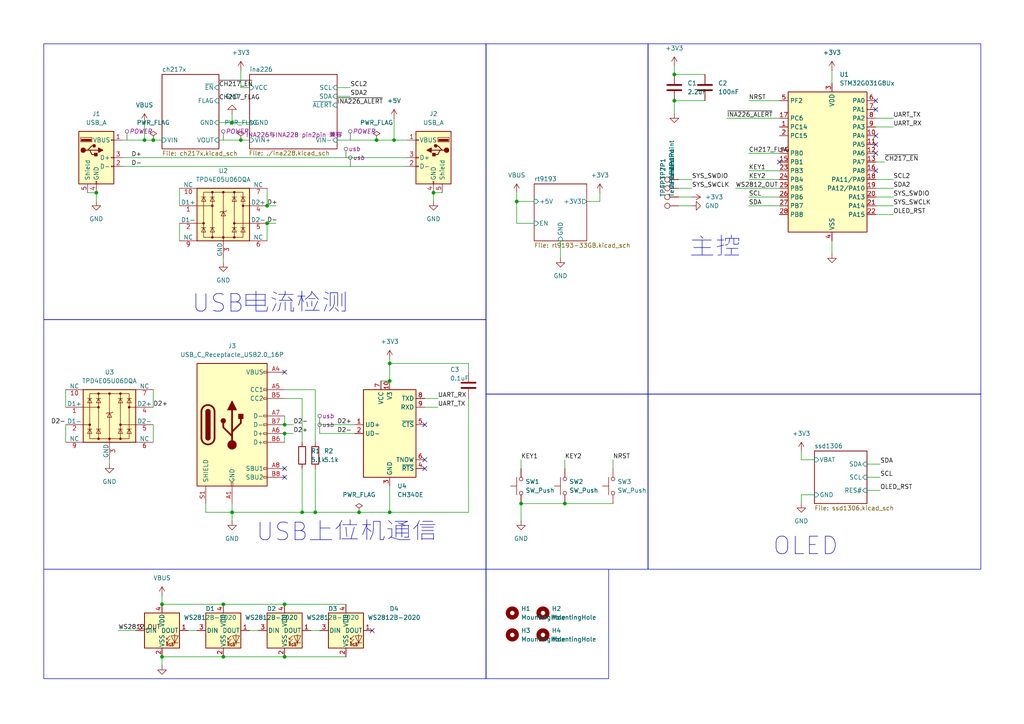
<source format=kicad_sch>
(kicad_sch (version 20231120) (generator "eeschema") (generator_version "8.0")
  (paper "A4")
  (lib_symbols
    (symbol "Connector:TestPoint" (pin_numbers hide) (pin_names (offset 0.762) hide)
      (property "Reference" "TP" (at 0 6.858 0))
      (property "Value" "TestPoint" (at 0 5.08 0))
      (symbol "TestPoint_0_1"
        (circle (center 0 3.302) (radius 0.762))
      )
      (symbol "TestPoint_1_1"
        (pin passive line (at 0 0 90) (length 2.54) (name "1") (number "1"))
      )
    )
    (symbol "Connector:USB_A" (pin_names (offset 1.016))
      (property "Reference" "J" (at -5.08 11.43 0))
      (property "Value" "USB_A" (at -5.08 8.89 0))
      (symbol "USB_A_0_1"
        (rectangle (start -5.08 -7.62) (end 5.08 7.62) (stroke (width 0.254)) (fill (type background)))
        (circle (center -3.81 2.159) (radius 0.635) (stroke (width 0.254)) (fill (type outline)))
        (rectangle (start -1.524 4.826) (end -4.318 5.334) (fill (type outline)))
        (rectangle (start -1.27 4.572) (end -4.572 5.842))
        (circle (center -0.635 3.429) (radius 0.381) (stroke (width 0.254)) (fill (type outline)))
        (rectangle (start -0.127 -7.62) (end 0.127 -6.858))
        (polyline (pts (xy -3.175 2.159) (xy -2.54 2.159) (xy -1.27 3.429) (xy -0.635 3.429)) (stroke (width 0.254)))
        (polyline (pts (xy -2.54 2.159) (xy -1.905 2.159) (xy -1.27 0.889) (xy 0 0.889)) (stroke (width 0.254)))
        (polyline (pts (xy 0.635 2.794) (xy 0.635 1.524) (xy 1.905 2.159) (xy 0.635 2.794)) (stroke (width 0.254)) (fill (type outline)))
        (rectangle (start 0.254 1.27) (end -0.508 0.508) (stroke (width 0.254)) (fill (type outline)))
        (rectangle (start 5.08 -2.667) (end 4.318 -2.413))
        (rectangle (start 5.08 -0.127) (end 4.318 0.127))
        (rectangle (start 5.08 4.953) (end 4.318 5.207))
      )
      (symbol "USB_A_1_1"
        (polyline (pts (xy -1.905 2.159) (xy 0.635 2.159)) (stroke (width 0.254)))
        (pin power_in line (at 7.62 5.08 180) (length 2.54) (name "VBUS") (number "1"))
        (pin bidirectional line (at 7.62 -2.54 180) (length 2.54) (name "D-") (number "2"))
        (pin bidirectional line (at 7.62 0 180) (length 2.54) (name "D+") (number "3"))
        (pin power_in line (at 0 -10.16 90) (length 2.54) (name "GND") (number "4"))
        (pin passive line (at -2.54 -10.16 90) (length 2.54) (name "Shield") (number "5"))
      )
    )
    (symbol "Connector:USB_C_Receptacle_USB2.0_16P" (pin_names (offset 1.016))
      (property "Reference" "J" (at 0 22.225 0))
      (property "Value" "USB_C_Receptacle_USB2.0_16P" (at 0 19.685 0))
      (symbol "USB_C_Receptacle_USB2.0_16P_0_0"
        (rectangle (start -0.254 -17.78) (end 0.254 -16.764))
        (rectangle (start 10.16 -14.986) (end 9.144 -15.494))
        (rectangle (start 10.16 -12.446) (end 9.144 -12.954))
        (rectangle (start 10.16 -4.826) (end 9.144 -5.334))
        (rectangle (start 10.16 -2.286) (end 9.144 -2.794))
        (rectangle (start 10.16 0.254) (end 9.144 -0.254))
        (rectangle (start 10.16 2.794) (end 9.144 2.286))
        (rectangle (start 10.16 7.874) (end 9.144 7.366))
        (rectangle (start 10.16 10.414) (end 9.144 9.906))
        (rectangle (start 10.16 15.494) (end 9.144 14.986))
      )
      (symbol "USB_C_Receptacle_USB2.0_16P_0_1"
        (rectangle (start -10.16 17.78) (end 10.16 -17.78) (stroke (width 0.254)) (fill (type background)))
        (arc (start -8.89 -3.81) (mid -6.985 -5.7067) (end -5.08 -3.81) (stroke (width 0.508)))
        (arc (start -7.62 -3.81) (mid -6.985 -4.4423) (end -6.35 -3.81) (stroke (width 0.254)))
        (arc (start -7.62 -3.81) (mid -6.985 -4.4423) (end -6.35 -3.81) (stroke (width 0.254)) (fill (type outline)))
        (rectangle (start -7.62 -3.81) (end -6.35 3.81) (stroke (width 0.254)) (fill (type outline)))
        (arc (start -6.35 3.81) (mid -6.985 4.4423) (end -7.62 3.81) (stroke (width 0.254)))
        (arc (start -6.35 3.81) (mid -6.985 4.4423) (end -7.62 3.81) (stroke (width 0.254)) (fill (type outline)))
        (arc (start -5.08 3.81) (mid -6.985 5.7067) (end -8.89 3.81) (stroke (width 0.508)))
        (circle (center -2.54 1.143) (radius 0.635) (stroke (width 0.254)) (fill (type outline)))
        (circle (center 0 -5.842) (radius 1.27) (fill (type outline)))
        (polyline (pts (xy -8.89 -3.81) (xy -8.89 3.81)) (stroke (width 0.508)))
        (polyline (pts (xy -5.08 3.81) (xy -5.08 -3.81)) (stroke (width 0.508)))
        (polyline (pts (xy 0 -5.842) (xy 0 4.318)) (stroke (width 0.508)))
        (polyline (pts (xy 0 -3.302) (xy -2.54 -0.762) (xy -2.54 0.508)) (stroke (width 0.508)))
        (polyline (pts (xy 0 -2.032) (xy 2.54 0.508) (xy 2.54 1.778)) (stroke (width 0.508)))
        (polyline (pts (xy -1.27 4.318) (xy 0 6.858) (xy 1.27 4.318) (xy -1.27 4.318)) (stroke (width 0.254)) (fill (type outline)))
        (rectangle (start 1.905 1.778) (end 3.175 3.048) (stroke (width 0.254)) (fill (type outline)))
      )
      (symbol "USB_C_Receptacle_USB2.0_16P_1_1"
        (pin passive line (at 0 -22.86 90) (length 5.08) (name "GND") (number "A1"))
        (pin passive line (at 0 -22.86 90) (length 5.08) hide (name "GND") (number "A12"))
        (pin passive line (at 15.24 15.24 180) (length 5.08) (name "VBUS") (number "A4"))
        (pin bidirectional line (at 15.24 10.16 180) (length 5.08) (name "CC1") (number "A5"))
        (pin bidirectional line (at 15.24 -2.54 180) (length 5.08) (name "D+") (number "A6"))
        (pin bidirectional line (at 15.24 2.54 180) (length 5.08) (name "D-") (number "A7"))
        (pin bidirectional line (at 15.24 -12.7 180) (length 5.08) (name "SBU1") (number "A8"))
        (pin passive line (at 15.24 15.24 180) (length 5.08) hide (name "VBUS") (number "A9"))
        (pin passive line (at 0 -22.86 90) (length 5.08) hide (name "GND") (number "B1"))
        (pin passive line (at 0 -22.86 90) (length 5.08) hide (name "GND") (number "B12"))
        (pin passive line (at 15.24 15.24 180) (length 5.08) hide (name "VBUS") (number "B4"))
        (pin bidirectional line (at 15.24 7.62 180) (length 5.08) (name "CC2") (number "B5"))
        (pin bidirectional line (at 15.24 -5.08 180) (length 5.08) (name "D+") (number "B6"))
        (pin bidirectional line (at 15.24 0 180) (length 5.08) (name "D-") (number "B7"))
        (pin bidirectional line (at 15.24 -15.24 180) (length 5.08) (name "SBU2") (number "B8"))
        (pin passive line (at 15.24 15.24 180) (length 5.08) hide (name "VBUS") (number "B9"))
        (pin passive line (at -7.62 -22.86 90) (length 5.08) (name "SHIELD") (number "S1"))
      )
    )
    (symbol "Device:C" (pin_numbers hide) (pin_names (offset 0.254))
      (property "Reference" "C" (at 0.635 2.54 0))
      (property "Value" "C" (at 0.635 -2.54 0))
      (symbol "C_0_1"
        (polyline (pts (xy -2.032 -0.762) (xy 2.032 -0.762)) (stroke (width 0.508)))
        (polyline (pts (xy -2.032 0.762) (xy 2.032 0.762)) (stroke (width 0.508)))
      )
      (symbol "C_1_1"
        (pin passive line (at 0 3.81 270) (length 2.794) (name "~") (number "1"))
        (pin passive line (at 0 -3.81 90) (length 2.794) (name "~") (number "2"))
      )
    )
    (symbol "Device:R" (pin_numbers hide) (pin_names (offset 0))
      (property "Reference" "R" (at 2.032 0 90))
      (property "Value" "R" (at 0 0 90))
      (symbol "R_0_1"
        (rectangle (start -1.016 -2.54) (end 1.016 2.54) (stroke (width 0.254)))
      )
      (symbol "R_1_1"
        (pin passive line (at 0 3.81 270) (length 1.27) (name "~") (number "1"))
        (pin passive line (at 0 -3.81 90) (length 1.27) (name "~") (number "2"))
      )
    )
    (symbol "Interface_USB:CH340E"
      (property "Reference" "U" (at -5.08 13.97 0))
      (property "Value" "CH340E" (at 1.27 13.97 0))
      (symbol "CH340E_0_1"
        (rectangle (start -7.62 12.7) (end 7.62 -12.7) (stroke (width 0.254)) (fill (type background)))
      )
      (symbol "CH340E_1_1"
        (pin bidirectional line (at -10.16 2.54 0) (length 2.54) (name "UD+") (number "1"))
        (pin power_out line (at 0 15.24 270) (length 2.54) (name "V3") (number "10"))
        (pin bidirectional line (at -10.16 0 0) (length 2.54) (name "UD-") (number "2"))
        (pin power_in line (at 0 -15.24 90) (length 2.54) (name "GND") (number "3"))
        (pin output line (at 10.16 -10.16 180) (length 2.54) (name "~{RTS}") (number "4"))
        (pin input line (at 10.16 2.54 180) (length 2.54) (name "~{CTS}") (number "5"))
        (pin output line (at 10.16 -7.62 180) (length 2.54) (name "TNOW") (number "6"))
        (pin power_in line (at -2.54 15.24 270) (length 2.54) (name "VCC") (number "7"))
        (pin output line (at 10.16 10.16 180) (length 2.54) (name "TXD") (number "8"))
        (pin input line (at 10.16 7.62 180) (length 2.54) (name "RXD") (number "9"))
      )
    )
    (symbol "LED:WS2812B-2020" (pin_names (offset 0.254))
      (property "Reference" "D" (at 5.08 5.715 0))
      (property "Value" "WS2812B-2020" (at 1.27 -5.715 0))
      (symbol "WS2812B-2020_0_0"
        (text "RGB" (at 2.286 -4.191 0) (effects (font (size 0.762 0.762))))
      )
      (symbol "WS2812B-2020_0_1"
        (polyline (pts (xy 1.27 -3.556) (xy 1.778 -3.556)))
        (polyline (pts (xy 1.27 -2.54) (xy 1.778 -2.54)))
        (polyline (pts (xy 4.699 -3.556) (xy 2.667 -3.556)))
        (polyline (pts (xy 2.286 -2.54) (xy 1.27 -3.556) (xy 1.27 -3.048)))
        (polyline (pts (xy 2.286 -1.524) (xy 1.27 -2.54) (xy 1.27 -2.032)))
        (polyline (pts (xy 3.683 -1.016) (xy 3.683 -3.556) (xy 3.683 -4.064)))
        (polyline (pts (xy 4.699 -1.524) (xy 2.667 -1.524) (xy 3.683 -3.556) (xy 4.699 -1.524)))
        (rectangle (start 5.08 5.08) (end -5.08 -5.08) (stroke (width 0.254)) (fill (type background)))
      )
      (symbol "WS2812B-2020_1_1"
        (pin output line (at 7.62 0 180) (length 2.54) (name "DOUT") (number "1"))
        (pin power_in line (at 0 -7.62 90) (length 2.54) (name "VSS") (number "2"))
        (pin input line (at -7.62 0 0) (length 2.54) (name "DIN") (number "3"))
        (pin power_in line (at 0 7.62 270) (length 2.54) (name "VDD") (number "4"))
      )
    )
    (symbol "MCU_ST_STM32G0:STM32G031G8Ux"
      (property "Reference" "U" (at -10.16 21.59 0))
      (property "Value" "STM32G031G8Ux" (at 5.08 21.59 0))
      (symbol "STM32G031G8Ux_0_1"
        (rectangle (start -10.16 -20.32) (end 12.7 20.32) (stroke (width 0.254)) (fill (type background)))
      )
      (symbol "STM32G031G8Ux_1_1"
        (pin bidirectional line (at -12.7 10.16 0) (length 2.54) (name "PC14") (number "1"))
        (pin bidirectional line (at 15.24 7.62 180) (length 2.54) (name "PA4") (number "10"))
        (pin bidirectional line (at 15.24 5.08 180) (length 2.54) (name "PA5") (number "11"))
        (pin bidirectional line (at 15.24 2.54 180) (length 2.54) (name "PA6") (number "12"))
        (pin bidirectional line (at 15.24 0 180) (length 2.54) (name "PA7") (number "13"))
        (pin bidirectional line (at -12.7 2.54 0) (length 2.54) (name "PB0") (number "14"))
        (pin bidirectional line (at -12.7 0 0) (length 2.54) (name "PB1") (number "15"))
        (pin bidirectional line (at 15.24 -2.54 180) (length 2.54) (name "PA8") (number "16"))
        (pin bidirectional line (at -12.7 12.7 0) (length 2.54) (name "PC6") (number "17"))
        (pin bidirectional line (at 15.24 -5.08 180) (length 2.54) (name "PA11/PA9") (number "18"))
        (pin bidirectional line (at 15.24 -7.62 180) (length 2.54) (name "PA12/PA10") (number "19"))
        (pin bidirectional line (at -12.7 7.62 0) (length 2.54) (name "PC15") (number "2"))
        (pin bidirectional line (at 15.24 -10.16 180) (length 2.54) (name "PA13") (number "20"))
        (pin bidirectional line (at 15.24 -12.7 180) (length 2.54) (name "PA14") (number "21"))
        (pin bidirectional line (at 15.24 -15.24 180) (length 2.54) (name "PA15") (number "22"))
        (pin bidirectional line (at -12.7 -2.54 0) (length 2.54) (name "PB3") (number "23"))
        (pin bidirectional line (at -12.7 -5.08 0) (length 2.54) (name "PB4") (number "24"))
        (pin bidirectional line (at -12.7 -7.62 0) (length 2.54) (name "PB5") (number "25"))
        (pin bidirectional line (at -12.7 -10.16 0) (length 2.54) (name "PB6") (number "26"))
        (pin bidirectional line (at -12.7 -12.7 0) (length 2.54) (name "PB7") (number "27"))
        (pin bidirectional line (at -12.7 -15.24 0) (length 2.54) (name "PB8") (number "28"))
        (pin power_in line (at 2.54 22.86 270) (length 2.54) (name "VDD") (number "3"))
        (pin power_in line (at 2.54 -22.86 90) (length 2.54) (name "VSS") (number "4"))
        (pin bidirectional line (at -12.7 17.78 0) (length 2.54) (name "PF2") (number "5"))
        (pin bidirectional line (at 15.24 17.78 180) (length 2.54) (name "PA0") (number "6"))
        (pin bidirectional line (at 15.24 15.24 180) (length 2.54) (name "PA1") (number "7"))
        (pin bidirectional line (at 15.24 12.7 180) (length 2.54) (name "PA2") (number "8"))
        (pin bidirectional line (at 15.24 10.16 180) (length 2.54) (name "PA3") (number "9"))
      )
    )
    (symbol "Mechanical:MountingHole" (pin_names (offset 1.016)) (exclude_from_sim yes) (in_bom no)
      (property "Reference" "H" (at 0 5.08 0))
      (property "Value" "MountingHole" (at 0 3.175 0))
      (symbol "MountingHole_0_1"
        (circle (center 0 0) (radius 1.27) (stroke (width 1.27)))
      )
    )
    (symbol "Power_Protection:TPD4E05U06DQA" (pin_names (offset 0))
      (property "Reference" "U" (at -0.635 8.89 0))
      (property "Value" "TPD4E05U06DQA" (at 1.905 -10.16 0))
      (symbol "TPD4E05U06DQA_0_0"
        (rectangle (start -5.715 6.477) (end 5.715 -6.604))
        (polyline (pts (xy -3.175 -6.604) (xy -3.175 6.477)))
        (polyline (pts (xy 0 6.477) (xy 0 -6.604)))
        (polyline (pts (xy 3.175 6.477) (xy 3.175 -6.604)))
      )
      (symbol "TPD4E05U06DQA_0_1"
        (rectangle (start -7.62 7.62) (end 7.62 -7.62) (stroke (width 0.254)) (fill (type background)))
        (circle (center -5.715 -2.54) (radius 0.2794) (fill (type outline)))
        (circle (center -3.175 -6.604) (radius 0.2794) (fill (type outline)))
        (circle (center -3.175 2.54) (radius 0.2794) (fill (type outline)))
        (circle (center -3.175 6.477) (radius 0.2794) (fill (type outline)))
        (circle (center 0 -6.604) (radius 0.2794) (fill (type outline)))
        (polyline (pts (xy -7.747 2.54) (xy -3.175 2.54)))
        (polyline (pts (xy -7.62 -2.54) (xy -5.715 -2.54)))
        (polyline (pts (xy -5.08 -3.81) (xy -6.35 -3.81)))
        (polyline (pts (xy -5.08 5.08) (xy -6.35 5.08)))
        (polyline (pts (xy -2.54 -3.81) (xy -3.81 -3.81)))
        (polyline (pts (xy -2.54 5.08) (xy -3.81 5.08)))
        (polyline (pts (xy -0.635 0.889) (xy -1.016 0.635)))
        (polyline (pts (xy 0 -6.604) (xy 0 -7.62)))
        (polyline (pts (xy 0.635 0.889) (xy -0.635 0.889)))
        (polyline (pts (xy 0.635 0.889) (xy 1.016 1.143)))
        (polyline (pts (xy 3.81 -3.81) (xy 2.54 -3.81)))
        (polyline (pts (xy 3.81 5.08) (xy 2.54 5.08)))
        (polyline (pts (xy 6.35 -3.81) (xy 5.08 -3.81)))
        (polyline (pts (xy 6.35 5.08) (xy 5.08 5.08)))
        (polyline (pts (xy 7.62 -2.54) (xy 3.175 -2.54)))
        (polyline (pts (xy 7.62 2.54) (xy 5.715 2.54)))
        (polyline (pts (xy -5.08 -5.08) (xy -6.35 -5.08) (xy -5.715 -3.81) (xy -5.08 -5.08)))
        (polyline (pts (xy -5.08 3.81) (xy -6.35 3.81) (xy -5.715 5.08) (xy -5.08 3.81)))
        (polyline (pts (xy -2.54 -5.08) (xy -3.81 -5.08) (xy -3.175 -3.81) (xy -2.54 -5.08)))
        (polyline (pts (xy -2.54 3.81) (xy -3.81 3.81) (xy -3.175 5.08) (xy -2.54 3.81)))
        (polyline (pts (xy 0.635 -0.381) (xy -0.635 -0.381) (xy 0 0.889) (xy 0.635 -0.381)))
        (polyline (pts (xy 3.81 -5.08) (xy 2.54 -5.08) (xy 3.175 -3.81) (xy 3.81 -5.08)))
        (polyline (pts (xy 3.81 3.81) (xy 2.54 3.81) (xy 3.175 5.08) (xy 3.81 3.81)))
        (polyline (pts (xy 6.35 -5.08) (xy 5.08 -5.08) (xy 5.715 -3.81) (xy 6.35 -5.08)))
        (polyline (pts (xy 6.35 3.81) (xy 5.08 3.81) (xy 5.715 5.08) (xy 6.35 3.81)))
        (circle (center 0 6.477) (radius 0.2794) (fill (type outline)))
        (circle (center 3.175 -6.604) (radius 0.2794) (fill (type outline)))
        (circle (center 3.175 -2.54) (radius 0.2794) (fill (type outline)))
        (circle (center 3.175 6.477) (radius 0.2794) (fill (type outline)))
        (circle (center 5.715 2.54) (radius 0.2794) (fill (type outline)))
      )
      (symbol "TPD4E05U06DQA_1_1"
        (pin passive line (at -12.7 2.54 0) (length 5.08) (name "D1+") (number "1"))
        (pin free line (at -12.7 7.62 0) (length 5.08) (name "NC") (number "10"))
        (pin passive line (at -12.7 -2.54 0) (length 5.08) (name "D1-") (number "2"))
        (pin power_in line (at 0 -12.7 90) (length 5.08) (name "GND") (number "3"))
        (pin passive line (at 12.7 2.54 180) (length 5.08) (name "D2+") (number "4"))
        (pin passive line (at 12.7 -2.54 180) (length 5.08) (name "D2-") (number "5"))
        (pin free line (at 12.7 -7.62 180) (length 5.08) (name "NC") (number "6"))
        (pin free line (at 12.7 7.62 180) (length 5.08) (name "NC") (number "7"))
        (pin passive line (at 0 -12.7 90) (length 5.08) hide (name "GND") (number "8"))
        (pin free line (at -12.7 -7.62 0) (length 5.08) (name "NC") (number "9"))
      )
    )
    (symbol "Switch:SW_Push" (pin_numbers hide) (pin_names (offset 1.016) hide)
      (property "Reference" "SW" (at 1.27 2.54 0))
      (property "Value" "SW_Push" (at 0 -1.524 0))
      (symbol "SW_Push_0_1"
        (circle (center -2.032 0) (radius 0.508))
        (polyline (pts (xy 0 1.27) (xy 0 3.048)))
        (polyline (pts (xy 2.54 1.27) (xy -2.54 1.27)))
        (circle (center 2.032 0) (radius 0.508))
        (pin passive line (at -5.08 0 0) (length 2.54) (name "1") (number "1"))
        (pin passive line (at 5.08 0 180) (length 2.54) (name "2") (number "2"))
      )
    )
    (symbol "USB_A_1" (pin_names (offset 1.016))
      (property "Reference" "J" (at -5.08 11.43 0))
      (property "Value" "USB_A" (at -5.08 8.89 0))
      (symbol "USB_A_1_0_1"
        (rectangle (start -5.08 -7.62) (end 5.08 7.62) (stroke (width 0.254)) (fill (type background)))
        (circle (center -3.81 2.159) (radius 0.635) (stroke (width 0.254)) (fill (type outline)))
        (rectangle (start -1.524 4.826) (end -4.318 5.334) (fill (type outline)))
        (rectangle (start -1.27 4.572) (end -4.572 5.842))
        (circle (center -0.635 3.429) (radius 0.381) (stroke (width 0.254)) (fill (type outline)))
        (rectangle (start -0.127 -7.62) (end 0.127 -6.858))
        (polyline (pts (xy -3.175 2.159) (xy -2.54 2.159) (xy -1.27 3.429) (xy -0.635 3.429)) (stroke (width 0.254)))
        (polyline (pts (xy -2.54 2.159) (xy -1.905 2.159) (xy -1.27 0.889) (xy 0 0.889)) (stroke (width 0.254)))
        (polyline (pts (xy 0.635 2.794) (xy 0.635 1.524) (xy 1.905 2.159) (xy 0.635 2.794)) (stroke (width 0.254)) (fill (type outline)))
        (rectangle (start 0.254 1.27) (end -0.508 0.508) (stroke (width 0.254)) (fill (type outline)))
        (rectangle (start 5.08 -2.667) (end 4.318 -2.413))
        (rectangle (start 5.08 -0.127) (end 4.318 0.127))
        (rectangle (start 5.08 4.953) (end 4.318 5.207))
      )
      (symbol "USB_A_1_1_1"
        (polyline (pts (xy -1.905 2.159) (xy 0.635 2.159)) (stroke (width 0.254)))
        (pin power_in line (at 7.62 5.08 180) (length 2.54) (name "VBUS") (number "1"))
        (pin bidirectional line (at 7.62 -2.54 180) (length 2.54) (name "D-") (number "2"))
        (pin bidirectional line (at 7.62 0 180) (length 2.54) (name "D+") (number "3"))
        (pin power_in line (at 0 -10.16 90) (length 2.54) (name "GND") (number "4"))
        (pin passive line (at -2.54 -10.16 90) (length 2.54) (name "Shield") (number "5"))
      )
    )
    (symbol "power:+3V3" (power) (pin_numbers hide) (pin_names (offset 0) hide)
      (property "Value" "+3V3" (at 0 3.556 0))
      (symbol "+3V3_0_1"
        (polyline (pts (xy -0.762 1.27) (xy 0 2.54)))
        (polyline (pts (xy 0 0) (xy 0 2.54)))
        (polyline (pts (xy 0 2.54) (xy 0.762 1.27)))
      )
      (symbol "+3V3_1_1"
        (pin power_in line (at 0 0 90) (length 0) (name "~") (number "1"))
      )
    )
    (symbol "power:+5V" (power) (pin_numbers hide) (pin_names (offset 0) hide)
      (property "Value" "+5V" (at 0 3.556 0))
      (symbol "+5V_0_1"
        (polyline (pts (xy -0.762 1.27) (xy 0 2.54)))
        (polyline (pts (xy 0 0) (xy 0 2.54)))
        (polyline (pts (xy 0 2.54) (xy 0.762 1.27)))
      )
      (symbol "+5V_1_1"
        (pin power_in line (at 0 0 90) (length 0) (name "~") (number "1"))
      )
    )
    (symbol "power:GND" (power) (pin_numbers hide) (pin_names (offset 0) hide)
      (property "Value" "GND" (at 0 -3.81 0))
      (symbol "GND_0_1"
        (polyline (pts (xy 0 0) (xy 0 -1.27) (xy 1.27 -1.27) (xy 0 -2.54) (xy -1.27 -1.27) (xy 0 -1.27)))
      )
      (symbol "GND_1_1"
        (pin power_in line (at 0 0 270) (length 0) (name "~") (number "1"))
      )
    )
    (symbol "power:PWR_FLAG" (power) (pin_numbers hide) (pin_names (offset 0) hide)
      (property "Value" "PWR_FLAG" (at 0 3.81 0))
      (symbol "PWR_FLAG_0_0"
        (pin power_out line (at 0 0 90) (length 0) (name "~") (number "1"))
      )
      (symbol "PWR_FLAG_0_1"
        (polyline (pts (xy 0 0) (xy 0 1.27) (xy -1.016 1.905) (xy 0 2.54) (xy 1.016 1.905) (xy 0 1.27)))
      )
    )
    (symbol "power:VBUS" (power) (pin_numbers hide) (pin_names (offset 0) hide)
      (property "Value" "VBUS" (at 0 3.556 0))
      (symbol "VBUS_0_1"
        (polyline (pts (xy -0.762 1.27) (xy 0 2.54)))
        (polyline (pts (xy 0 0) (xy 0 2.54)))
        (polyline (pts (xy 0 2.54) (xy 0.762 1.27)))
      )
      (symbol "VBUS_1_1"
        (pin power_in line (at 0 0 90) (length 0) (name "~") (number "1"))
      )
    )
  )
  (junction (at 114.3 40.64))
  (junction (at 113.03 105.41))
  (junction (at 91.44 148.59))
  (junction (at 82.55 190.5))
  (junction (at 77.47 64.77))
  (junction (at 82.55 123.19))
  (junction (at 82.55 175.26))
  (junction (at 195.58 21.59))
  (junction (at 67.31 148.59))
  (junction (at 64.77 190.5))
  (junction (at 46.99 175.26))
  (junction (at 109.22 40.64))
  (junction (at 87.63 148.59))
  (junction (at 149.86 58.42))
  (junction (at 69.85 40.64))
  (junction (at 151.13 146.05))
  (junction (at 64.77 175.26))
  (junction (at 113.03 110.49))
  (junction (at 41.91 40.64))
  (junction (at 67.31 35.56))
  (junction (at 113.03 148.59))
  (junction (at 195.58 29.21))
  (junction (at 27.94 55.88))
  (junction (at 82.55 125.73))
  (junction (at 104.14 148.59))
  (junction (at 163.83 146.05))
  (junction (at 44.45 40.64))
  (junction (at 46.99 190.5))
  (junction (at 77.47 59.69))
  (junction (at 125.73 55.88))
  (no_connect (at 107.95 182.88))
  (no_connect (at 254 29.21))
  (no_connect (at 254 44.45))
  (no_connect (at 254 41.91))
  (no_connect (at 82.55 138.43))
  (no_connect (at 82.55 107.95))
  (no_connect (at 123.19 133.35))
  (no_connect (at 254 39.37))
  (no_connect (at 82.55 135.89))
  (no_connect (at 254 49.53))
  (no_connect (at 254 31.75))
  (no_connect (at 226.06 46.99))
  (no_connect (at 123.19 135.89))
  (no_connect (at 123.19 123.19))
  (wire (pts (xy 41.91 35.56) (xy 41.91 40.64)))
  (wire (pts (xy 82.55 120.65) (xy 82.55 123.19)))
  (wire (pts (xy 125.73 58.42) (xy 125.73 55.88)))
  (wire (pts (xy 173.99 55.88) (xy 173.99 58.42)))
  (wire (pts (xy 135.89 115.57) (xy 135.89 148.59)))
  (wire (pts (xy 114.3 34.29) (xy 114.3 40.64)))
  (wire (pts (xy 196.85 59.69) (xy 200.66 59.69)))
  (wire (pts (xy 113.03 148.59) (xy 135.89 148.59)))
  (wire (pts (xy 217.17 59.69) (xy 226.06 59.69)))
  (wire (pts (xy 217.17 44.45) (xy 226.06 44.45)))
  (wire (pts (xy 91.44 113.03) (xy 82.55 113.03)))
  (wire (pts (xy 77.47 54.61) (xy 77.47 59.69)))
  (wire (pts (xy 54.61 182.88) (xy 57.15 182.88)))
  (wire (pts (xy 163.83 133.35) (xy 163.83 135.89)))
  (wire (pts (xy 177.8 133.35) (xy 177.8 135.89)))
  (wire (pts (xy 109.22 40.64) (xy 114.3 40.64)))
  (wire (pts (xy 149.86 58.42) (xy 154.94 58.42)))
  (wire (pts (xy 63.5 40.64) (xy 69.85 40.64)))
  (wire (pts (xy 195.58 21.59) (xy 204.47 21.59)))
  (wire (pts (xy 113.03 140.97) (xy 113.03 148.59)))
  (wire (pts (xy 44.45 123.19) (xy 44.45 128.27)))
  (wire (pts (xy 91.44 135.89) (xy 91.44 148.59)))
  (wire (pts (xy 195.58 29.21) (xy 204.47 29.21)))
  (wire (pts (xy 91.44 148.59) (xy 87.63 148.59)))
  (wire (pts (xy 217.17 49.53) (xy 226.06 49.53)))
  (wire (pts (xy 232.41 146.05) (xy 232.41 143.51)))
  (wire (pts (xy 69.85 20.32) (xy 69.85 25.4)))
  (wire (pts (xy 72.39 182.88) (xy 74.93 182.88)))
  (wire (pts (xy 241.3 20.32) (xy 241.3 24.13)))
  (wire (pts (xy 82.55 115.57) (xy 87.63 115.57)))
  (wire (pts (xy 19.05 123.19) (xy 19.05 128.27)))
  (wire (pts (xy 82.55 190.5) (xy 100.33 190.5)))
  (wire (pts (xy 196.85 52.07) (xy 200.66 52.07)))
  (wire (pts (xy 35.56 48.26) (xy 118.11 48.26)))
  (wire (pts (xy 163.83 146.05) (xy 177.8 146.05)))
  (wire (pts (xy 254 54.61) (xy 259.08 54.61)))
  (wire (pts (xy 87.63 135.89) (xy 87.63 148.59)))
  (wire (pts (xy 173.99 58.42) (xy 170.18 58.42)))
  (wire (pts (xy 232.41 133.35) (xy 236.22 133.35)))
  (wire (pts (xy 97.79 40.64) (xy 109.22 40.64)))
  (wire (pts (xy 35.56 45.72) (xy 118.11 45.72)))
  (wire (pts (xy 90.17 182.88) (xy 92.71 182.88)))
  (wire (pts (xy 87.63 148.59) (xy 67.31 148.59)))
  (wire (pts (xy 67.31 148.59) (xy 67.31 151.13)))
  (wire (pts (xy 27.94 58.42) (xy 27.94 55.88)))
  (wire (pts (xy 64.77 175.26) (xy 82.55 175.26)))
  (wire (pts (xy 77.47 59.69) (xy 80.01 59.69)))
  (wire (pts (xy 113.03 148.59) (xy 104.14 148.59)))
  (wire (pts (xy 46.99 190.5) (xy 64.77 190.5)))
  (wire (pts (xy 46.99 172.72) (xy 46.99 175.26)))
  (wire (pts (xy 44.45 113.03) (xy 44.45 118.11)))
  (wire (pts (xy 217.17 52.07) (xy 226.06 52.07)))
  (wire (pts (xy 217.17 57.15) (xy 226.06 57.15)))
  (wire (pts (xy 113.03 105.41) (xy 135.89 105.41)))
  (wire (pts (xy 251.46 142.24) (xy 255.27 142.24)))
  (wire (pts (xy 254 52.07) (xy 259.08 52.07)))
  (wire (pts (xy 46.99 175.26) (xy 64.77 175.26)))
  (wire (pts (xy 59.69 148.59) (xy 67.31 148.59)))
  (wire (pts (xy 52.07 54.61) (xy 52.07 59.69)))
  (wire (pts (xy 64.77 74.93) (xy 64.77 76.2)))
  (wire (pts (xy 195.58 33.02) (xy 195.58 29.21)))
  (wire (pts (xy 149.86 64.77) (xy 149.86 58.42)))
  (wire (pts (xy 92.71 125.73) (xy 102.87 125.73)))
  (wire (pts (xy 77.47 64.77) (xy 80.01 64.77)))
  (wire (pts (xy 254 34.29) (xy 259.08 34.29)))
  (wire (pts (xy 77.47 64.77) (xy 77.47 69.85)))
  (wire (pts (xy 196.85 54.61) (xy 200.66 54.61)))
  (wire (pts (xy 135.89 107.95) (xy 135.89 105.41)))
  (wire (pts (xy 87.63 115.57) (xy 87.63 128.27)))
  (wire (pts (xy 259.08 57.15) (xy 254 57.15)))
  (wire (pts (xy 82.55 125.73) (xy 85.09 125.73)))
  (wire (pts (xy 44.45 40.64) (xy 46.99 40.64)))
  (wire (pts (xy 210.82 34.29) (xy 226.06 34.29)))
  (wire (pts (xy 41.91 40.64) (xy 35.56 40.64)))
  (wire (pts (xy 251.46 134.62) (xy 255.27 134.62)))
  (wire (pts (xy 195.58 19.05) (xy 195.58 21.59)))
  (wire (pts (xy 259.08 62.23) (xy 254 62.23)))
  (wire (pts (xy 82.55 175.26) (xy 100.33 175.26)))
  (wire (pts (xy 162.56 69.85) (xy 162.56 74.93)))
  (wire (pts (xy 67.31 146.05) (xy 67.31 148.59)))
  (wire (pts (xy 254 46.99) (xy 256.54 46.99)))
  (wire (pts (xy 34.29 182.88) (xy 39.37 182.88)))
  (wire (pts (xy 63.5 35.56) (xy 67.31 35.56)))
  (wire (pts (xy 232.41 130.81) (xy 232.41 133.35)))
  (wire (pts (xy 69.85 40.64) (xy 72.39 40.64)))
  (wire (pts (xy 97.79 25.4) (xy 101.6 25.4)))
  (wire (pts (xy 97.79 27.94) (xy 101.6 27.94)))
  (wire (pts (xy 41.91 40.64) (xy 44.45 40.64)))
  (wire (pts (xy 251.46 138.43) (xy 255.27 138.43)))
  (wire (pts (xy 196.85 57.15) (xy 200.66 57.15)))
  (wire (pts (xy 27.94 55.88) (xy 25.4 55.88)))
  (wire (pts (xy 92.71 123.19) (xy 102.87 123.19)))
  (wire (pts (xy 123.19 118.11) (xy 127 118.11)))
  (wire (pts (xy 232.41 143.51) (xy 236.22 143.51)))
  (wire (pts (xy 67.31 35.56) (xy 72.39 35.56)))
  (wire (pts (xy 125.73 55.88) (xy 128.27 55.88)))
  (wire (pts (xy 151.13 133.35) (xy 151.13 135.89)))
  (wire (pts (xy 67.31 33.02) (xy 67.31 35.56)))
  (wire (pts (xy 91.44 128.27) (xy 91.44 113.03)))
  (wire (pts (xy 82.55 123.19) (xy 85.09 123.19)))
  (wire (pts (xy 64.77 190.5) (xy 82.55 190.5)))
  (wire (pts (xy 259.08 59.69) (xy 254 59.69)))
  (wire (pts (xy 217.17 29.21) (xy 226.06 29.21)))
  (wire (pts (xy 82.55 128.27) (xy 82.55 125.73)))
  (wire (pts (xy 123.19 115.57) (xy 127 115.57)))
  (wire (pts (xy 113.03 104.14) (xy 113.03 105.41)))
  (wire (pts (xy 69.85 25.4) (xy 72.39 25.4)))
  (wire (pts (xy 52.07 64.77) (xy 52.07 69.85)))
  (wire (pts (xy 254 36.83) (xy 259.08 36.83)))
  (wire (pts (xy 31.75 133.35) (xy 31.75 134.62)))
  (wire (pts (xy 19.05 113.03) (xy 19.05 118.11)))
  (wire (pts (xy 46.99 193.04) (xy 46.99 190.5)))
  (wire (pts (xy 104.14 148.59) (xy 91.44 148.59)))
  (wire (pts (xy 113.03 105.41) (xy 113.03 110.49)))
  (wire (pts (xy 149.86 55.88) (xy 149.86 58.42)))
  (wire (pts (xy 213.36 54.61) (xy 226.06 54.61)))
  (wire (pts (xy 59.69 146.05) (xy 59.69 148.59)))
  (wire (pts (xy 241.3 69.85) (xy 241.3 73.66)))
  (wire (pts (xy 151.13 151.13) (xy 151.13 146.05)))
  (wire (pts (xy 154.94 64.77) (xy 149.86 64.77)))
  (wire (pts (xy 163.83 146.05) (xy 151.13 146.05)))
  (wire (pts (xy 114.3 40.64) (xy 118.11 40.64)))
  (wire (pts (xy 113.03 110.49) (xy 110.49 110.49)))
  (rectangle (start 12.7 92.71) (end 140.97 165.1))
  (rectangle (start 12.7 12.7) (end 140.97 92.71))
  (rectangle (start 12.7 165.1) (end 140.97 196.85))
  (rectangle (start 140.97 12.7) (end 187.96 114.3))
  (rectangle (start 140.97 114.3) (end 187.96 165.1))
  (rectangle (start 187.96 12.7) (end 284.48 114.3))
  (rectangle (start 187.96 114.3) (end 284.48 165.1))
  (rectangle (start 140.97 165.1) (end 176.53 196.85))
  (text "USB上位机通信" (at 100.584 154.432 0) (effects (font (size 5.08 5.08))))
  (text "OLED" (at 233.68 158.496 0) (effects (font (size 5.08 5.08))))
  (text "主控" (at 207.518 71.882 0) (effects (font (size 5.08 5.08))))
  (text "USB电流检测" (at 78.232 88.138 0) (effects (font (size 5.08 5.08))))
  (label "~{INA226_ALERT}" (at 97.79 30.48 0))
  (label "CH217_FLAG" (at 63.5 29.21 0))
  (label "KEY2" (at 217.17 52.07 0))
  (label "WS2812_OUT" (at 213.36 54.61 0))
  (label "SCL" (at 255.27 138.43 0))
  (label "SDA2" (at 101.6 27.94 0))
  (label "SYS_SWDIO" (at 259.08 57.15 0))
  (label "KEY1" (at 151.13 133.35 0))
  (label "D2-" (at 19.05 123.19 180))
  (label "SYS_SWDIO" (at 200.66 52.07 0))
  (label "D2-" (at 85.09 123.19 0))
  (label "~{CH217_EN}" (at 256.54 46.99 0))
  (label "D+" (at 77.47 59.69 0))
  (label "~{CH217_EN}" (at 63.5 25.4 0))
  (label "SYS_SWCLK" (at 200.66 54.61 0))
  (label "UART_RX" (at 127 115.57 0))
  (label "SCL" (at 217.17 57.15 0))
  (label "~{INA226_ALERT}" (at 210.82 34.29 0))
  (label "SCL2" (at 101.6 25.4 0))
  (label "SDA2" (at 259.08 54.61 0))
  (label "D2+" (at 44.45 118.11 0))
  (label "D+" (at 38.1 45.72 0))
  (label "SCL2" (at 259.08 52.07 0))
  (label "NRST" (at 177.8 133.35 0))
  (label "SDA" (at 217.17 59.69 0))
  (label "SDA" (at 255.27 134.62 0))
  (label "D2+" (at 97.79 123.19 0))
  (label "UART_TX" (at 127 118.11 0))
  (label "WS2812_OUT" (at 34.29 182.88 0))
  (label "OLED_RST" (at 259.08 62.23 0))
  (label "CH217_FLAG" (at 217.17 44.45 0))
  (label "KEY1" (at 217.17 49.53 0))
  (label "KEY2" (at 163.83 133.35 0))
  (label "OLED_RST" (at 255.27 142.24 0))
  (label "UART_RX" (at 259.08 36.83 0))
  (label "D2+" (at 85.09 125.73 0))
  (label "SYS_SWCLK" (at 259.08 59.69 0))
  (label "D-" (at 77.47 64.77 0))
  (label "NRST" (at 217.17 29.21 0))
  (label "D2-" (at 97.79 125.73 0))
  (label "D-" (at 38.1 48.26 0))
  (label "UART_TX" (at 259.08 34.29 0))
  (netclass_flag "" (length 2.54) (shape round) (at 101.6 48.26 0) (property "Netclass" "usb" (at 102.2985 45.72 0) (effects (font (italic yes)) (justify left))))
  (netclass_flag "" (length 2.54) (shape round) (at 64.77 40.64 0) (property "Netclass" "POWER" (at 65.4685 38.1 0) (effects (font (italic yes)) (justify left))))
  (netclass_flag "" (length 2.54) (shape round) (at 101.6 40.64 0) (property "Netclass" "POWER" (at 102.2985 38.1 0) (effects (font (italic yes)) (justify left))))
  (netclass_flag "" (length 2.54) (shape round) (at 92.71 125.73 0) (property "Netclass" "usb" (at 93.4085 123.19 0) (effects (font (italic yes)) (justify left))))
  (netclass_flag "" (length 2.54) (shape round) (at 36.83 40.64 0) (property "Netclass" "POWER" (at 37.5285 38.1 0) (effects (font (italic yes)) (justify left))))
  (netclass_flag "" (length 2.54) (shape round) (at 92.71 123.19 0) (property "Netclass" "usb" (at 93.4085 120.65 0) (effects (font (italic yes)) (justify left))))
  (netclass_flag "" (length 2.54) (shape round) (at 100.33 45.72 0) (property "Netclass" "usb" (at 101.0285 43.18 0) (effects (font (italic yes)) (justify left))))
  (symbol (lib_id "Connector:TestPoint") (at 196.85 52.07 90) (unit 1)
    (property "Reference" "TP1" (at 192.2779 49.53 0) (effects (justify left)))
    (property "Value" "TestPoint" (at 194.8179 49.53 0) (effects (justify left)))
    (property "Footprint" "TestPoint:TestPoint_Pad_D1.0mm" (effects (hide yes)))
    (property "Description" "test point" (effects (hide yes)))
  )
  (symbol (lib_id "power:+3V3") (at 113.03 104.14 0) (unit 1)
    (property "Reference" "#PWR017" (effects (hide yes)))
    (property "Value" "+3V3" (at 113.03 99.06 0))
    (property "Description" "Power symbol creates a global label with name \"+3V3\"" (effects (hide yes)))
  )
  (symbol (lib_id "power:+3V3") (at 69.85 20.32 0) (unit 1)
    (property "Reference" "#PWR02" (effects (hide yes)))
    (property "Value" "+3V3" (at 69.85 15.24 0))
    (property "Description" "Power symbol creates a global label with name \"+3V3\"" (effects (hide yes)))
  )
  (symbol (lib_id "power:PWR_FLAG") (at 104.14 148.59 0) (unit 1)
    (property "Reference" "#FLG04" (effects (hide yes)))
    (property "Value" "PWR_FLAG" (at 104.14 143.51 0))
    (property "Description" "Special symbol for telling ERC where power comes from" (effects (hide yes)))
  )
  (symbol (lib_id "power:GND") (at 162.56 74.93 0) (unit 1)
    (property "Reference" "#PWR015" (effects (hide yes)))
    (property "Value" "GND" (at 162.56 80.01 0))
    (property "Description" "Power symbol creates a global label with name \"GND\" , ground" (effects (hide yes)))
  )
  (symbol (lib_id "power:GND") (at 151.13 151.13 0) (unit 1)
    (property "Reference" "#PWR022" (effects (hide yes)))
    (property "Value" "GND" (at 151.13 156.21 0))
    (property "Description" "Power symbol creates a global label with name \"GND\" , ground" (effects (hide yes)))
  )
  (symbol (lib_id "power:PWR_FLAG") (at 44.45 40.64 0) (unit 1)
    (property "Reference" "#FLG01" (effects (hide yes)))
    (property "Value" "PWR_FLAG" (at 44.45 35.56 0))
    (property "Description" "Special symbol for telling ERC where power comes from" (effects (hide yes)))
  )
  (symbol (lib_id "power:GND") (at 195.58 33.02 0) (unit 1)
    (property "Reference" "#PWR05" (effects (hide yes)))
    (property "Value" "GND" (effects (hide yes)))
    (property "Description" "Power symbol creates a global label with name \"GND\" , ground" (effects (hide yes)))
  )
  (symbol (lib_id "power:GND") (at 241.3 73.66 0) (unit 1)
    (property "Reference" "#PWR014" (effects (hide yes)))
    (property "Value" "GND" (effects (hide yes)))
    (property "Description" "Power symbol creates a global label with name \"GND\" , ground" (effects (hide yes)))
  )
  (symbol (lib_id "power:+3V3") (at 195.58 19.05 0) (unit 1)
    (property "Reference" "#PWR01" (effects (hide yes)))
    (property "Value" "+3V3" (at 195.58 13.97 0))
    (property "Description" "Power symbol creates a global label with name \"+3V3\"" (effects (hide yes)))
  )
  (symbol (lib_id "power:GND") (at 46.99 193.04 0) (unit 1)
    (property "Reference" "#PWR024" (effects (hide yes)))
    (property "Value" "GND" (effects (hide yes)))
    (property "Description" "Power symbol creates a global label with name \"GND\" , ground" (effects (hide yes)))
  )
  (symbol (lib_id "Device:R") (at 87.63 132.08 0) (unit 1)
    (property "Reference" "R1" (at 90.17 130.8099 0) (effects (justify left)))
    (property "Value" "5.1k" (at 90.17 133.3499 0) (effects (justify left)))
    (property "Footprint" "Resistor_SMD:R_0402_1005Metric" (effects (hide yes)))
    (property "Description" "Resistor" (effects (hide yes)))
  )
  (symbol (lib_id "power:+3V3") (at 232.41 130.81 0) (unit 1)
    (property "Reference" "#PWR018" (effects (hide yes)))
    (property "Value" "+3V3" (at 232.41 125.73 0))
    (property "Description" "Power symbol creates a global label with name \"+3V3\"" (effects (hide yes)))
  )
  (symbol (lib_id "Interface_USB:CH340E") (at 113.03 125.73 0) (unit 1)
    (property "Reference" "U4" (at 115.2241 140.97 0) (effects (justify left)))
    (property "Value" "CH340E" (at 115.2241 143.51 0) (effects (justify left)))
    (property "Footprint" "Package_SO:MSOP-10_3x3mm_P0.5mm" (effects (hide yes)))
    (property "Datasheet" "https://www.mpja.com/download/35227cpdata.pdf" (effects (hide yes)))
    (property "Description" "USB serial converter, UART, MSOP-10" (effects (hide yes)))
  )
  (symbol (lib_id "Mechanical:MountingHole") (at 148.59 177.8 0) (unit 1) (exclude_from_sim yes) (in_bom no)
    (property "Reference" "H1" (at 151.13 176.5299 0) (effects (justify left)))
    (property "Value" "MountingHole" (at 151.13 179.0699 0) (effects (justify left)))
    (property "Footprint" "my_connector:mountinghold_nopad_m1.4" (effects (hide yes)))
    (property "Description" "Mounting Hole without connection" (effects (hide yes)))
  )
  (symbol (lib_id "Connector:USB_A") (at 125.73 45.72 0) (mirror y) (unit 1)
    (property "Reference" "J2" (at 125.73 33.02 0))
    (property "Value" "USB_A" (at 125.73 35.56 0))
    (property "Footprint" "my_connector:C2763021" (effects (hide yes)))
    (property "Datasheet" " ~" (effects (hide yes)))
    (property "Description" "USB Type A connector" (effects (hide yes)))
  )
  (symbol (lib_id "MCU_ST_STM32G0:STM32G031G8Ux") (at 238.76 46.99 0) (unit 1)
    (property "Reference" "U1" (at 243.4941 21.59 0) (effects (justify left)))
    (property "Value" "STM32G031G8Ux" (at 243.4941 24.13 0) (effects (justify left)))
    (property "Footprint" "Package_DFN_QFN:QFN-28_4x4mm_P0.5mm" (effects (hide yes)))
    (property "Datasheet" "https://www.st.com/resource/en/datasheet/stm32g031g8.pdf" (effects (hide yes)))
    (property "Description" "STMicroelectronics Arm Cortex-M0+ MCU, 64KB flash, 8KB RAM, 64 MHz, 1.7-3.6V, 26 GPIO, UFQFPN28" (effects (hide yes)))
  )
  (symbol (lib_id "Connector:TestPoint") (at 196.85 59.69 90) (unit 1)
    (property "Reference" "TP4" (at 192.2779 57.15 0) (effects (justify left)))
    (property "Value" "TestPoint" (at 194.8179 57.15 0) (effects (justify left)))
    (property "Footprint" "TestPoint:TestPoint_Pad_D1.0mm" (effects (hide yes)))
    (property "Description" "test point" (effects (hide yes)))
  )
  (symbol (lib_id "power:+3V3") (at 173.99 55.88 0) (unit 1)
    (property "Reference" "#PWR09" (effects (hide yes)))
    (property "Value" "+3V3" (at 173.99 50.8 0))
    (property "Description" "Power symbol creates a global label with name \"+3V3\"" (effects (hide yes)))
  )
  (symbol (lib_id "LED:WS2812B-2020") (at 64.77 182.88 0) (unit 1)
    (property "Reference" "D2" (at 78.74 176.5614 0))
    (property "Value" "WS2812B-2020" (at 78.74 179.1014 0))
    (property "Footprint" "my_footprint:ws2812-1010" (effects (hide yes)))
    (property "Datasheet" "https://cdn-shop.adafruit.com/product-files/4684/4684_WS2812B-2020_V1.3_EN.pdf" (effects (hide yes)))
    (property "Description" "RGB LED with integrated controller, 2.0 x 2.0 mm, 12 mA" (effects (hide yes)))
  )
  (symbol (lib_id "Mechanical:MountingHole") (at 157.48 177.8 0) (unit 1) (exclude_from_sim yes) (in_bom no)
    (property "Reference" "H2" (at 160.02 176.5299 0) (effects (justify left)))
    (property "Value" "MountingHole" (at 160.02 179.0699 0) (effects (justify left)))
    (property "Footprint" "my_connector:mountinghold_nopad_m1.4" (effects (hide yes)))
    (property "Description" "Mounting Hole without connection" (effects (hide yes)))
  )
  (symbol (lib_id "power:PWR_FLAG") (at 69.85 40.64 0) (unit 1)
    (property "Reference" "#FLG02" (effects (hide yes)))
    (property "Value" "PWR_FLAG" (at 69.85 35.56 0))
    (property "Description" "Special symbol for telling ERC where power comes from" (effects (hide yes)))
  )
  (symbol (lib_name "USB_A_1") (lib_id "Connector:USB_A") (at 27.94 45.72 0) (unit 1)
    (property "Reference" "J1" (at 27.94 33.02 0))
    (property "Value" "USB_A" (at 27.94 35.56 0))
    (property "Footprint" "Connector_USB:USB_A_CNCTech_1001-011-01101_Horizontal" (effects (hide yes)))
    (property "Datasheet" " ~" (effects (hide yes)))
    (property "Description" "USB Type A connector" (effects (hide yes)))
  )
  (symbol (lib_id "power:VBUS") (at 149.86 55.88 0) (unit 1)
    (property "Reference" "#PWR08" (effects (hide yes)))
    (property "Value" "VBUS" (at 149.86 50.8 0))
    (property "Description" "Power symbol creates a global label with name \"VBUS\"" (effects (hide yes)))
  )
  (symbol (lib_id "Connector:TestPoint") (at 196.85 57.15 90) (unit 1)
    (property "Reference" "TP3" (at 192.2779 54.61 0) (effects (justify left)))
    (property "Value" "TestPoint" (at 194.8179 54.61 0) (effects (justify left)))
    (property "Footprint" "TestPoint:TestPoint_Pad_D1.0mm" (effects (hide yes)))
    (property "Description" "test point" (effects (hide yes)))
  )
  (symbol (lib_id "power:GND") (at 64.77 76.2 0) (unit 1)
    (property "Reference" "#PWR016" (effects (hide yes)))
    (property "Value" "GND" (at 64.77 81.28 0))
    (property "Description" "Power symbol creates a global label with name \"GND\" , ground" (effects (hide yes)))
  )
  (symbol (lib_id "LED:WS2812B-2020") (at 46.99 182.88 0) (unit 1)
    (property "Reference" "D1" (at 60.96 176.5614 0))
    (property "Value" "WS2812B-2020" (at 60.96 179.1014 0))
    (property "Footprint" "my_footprint:ws2812-1010" (effects (hide yes)))
    (property "Datasheet" "https://cdn-shop.adafruit.com/product-files/4684/4684_WS2812B-2020_V1.3_EN.pdf" (effects (hide yes)))
    (property "Description" "RGB LED with integrated controller, 2.0 x 2.0 mm, 12 mA" (effects (hide yes)))
  )
  (symbol (lib_id "power:GND") (at 125.73 58.42 0) (unit 1)
    (property "Reference" "#PWR012" (effects (hide yes)))
    (property "Value" "GND" (at 125.73 63.5 0))
    (property "Description" "Power symbol creates a global label with name \"GND\" , ground" (effects (hide yes)))
  )
  (symbol (lib_id "power:PWR_FLAG") (at 109.22 40.64 0) (unit 1)
    (property "Reference" "#FLG03" (effects (hide yes)))
    (property "Value" "PWR_FLAG" (at 109.22 35.56 0))
    (property "Description" "Special symbol for telling ERC where power comes from" (effects (hide yes)))
  )
  (symbol (lib_id "Switch:SW_Push") (at 163.83 140.97 90) (unit 1)
    (property "Reference" "SW2" (at 165.1 139.6999 90) (effects (justify right)))
    (property "Value" "SW_Push" (at 165.1 142.2399 90) (effects (justify right)))
    (property "Footprint" "my_footprint:KEY-SMD_4P-L4.2-W3.4-P2.15-LS4.5-TL" (effects (hide yes)))
    (property "Description" "Push button switch, generic, two pins" (effects (hide yes)))
  )
  (symbol (lib_id "Switch:SW_Push") (at 151.13 140.97 90) (unit 1)
    (property "Reference" "SW1" (at 152.4 139.6999 90) (effects (justify right)))
    (property "Value" "SW_Push" (at 152.4 142.2399 90) (effects (justify right)))
    (property "Footprint" "my_footprint:KEY-SMD_4P-L4.2-W3.4-P2.15-LS4.5-TL" (effects (hide yes)))
    (property "Description" "Push button switch, generic, two pins" (effects (hide yes)))
  )
  (symbol (lib_id "Power_Protection:TPD4E05U06DQA") (at 31.75 120.65 0) (unit 1)
    (property "Reference" "U3" (at 31.75 107.95 0))
    (property "Value" "TPD4E05U06DQA" (at 31.75 110.49 0))
    (property "Footprint" "Package_SON:USON-10_2.5x1.0mm_P0.5mm" (effects (hide yes)))
    (property "Datasheet" "https://www.ti.com/lit/ds/symlink/tpd4e05u06.pdf" (effects (hide yes)))
    (property "Description" "4-Channel ESD Protection for Super-Speed USB 3.0 Interface, USON-10" (effects (hide yes)))
  )
  (symbol (lib_id "power:VBUS") (at 41.91 35.56 0) (unit 1)
    (property "Reference" "#PWR07" (effects (hide yes)))
    (property "Value" "VBUS" (at 41.91 30.48 0))
    (property "Description" "Power symbol creates a global label with name \"VBUS\"" (effects (hide yes)))
  )
  (symbol (lib_id "power:GND") (at 200.66 59.69 90) (unit 1)
    (property "Reference" "#PWR013" (effects (hide yes)))
    (property "Value" "GND" (at 204.47 59.6899 90) (effects (justify right)))
    (property "Description" "Power symbol creates a global label with name \"GND\" , ground" (effects (hide yes)))
  )
  (symbol (lib_id "Device:C") (at 195.58 25.4 0) (unit 1)
    (property "Reference" "C1" (at 199.39 24.1299 0) (effects (justify left)))
    (property "Value" "2.2uF" (at 199.39 26.6699 0) (effects (justify left)))
    (property "Footprint" "Capacitor_SMD:C_0402_1005Metric" (effects (hide yes)))
    (property "Description" "Unpolarized capacitor" (effects (hide yes)))
  )
  (symbol (lib_id "Connector:USB_C_Receptacle_USB2.0_16P") (at 67.31 123.19 0) (unit 1)
    (property "Reference" "J3" (at 67.31 100.33 0))
    (property "Value" "USB_C_Receptacle_USB2.0_16P" (at 67.31 102.87 0))
    (property "Footprint" "Connector_USB:USB_C_Receptacle_GCT_USB4105-xx-A_16P_TopMnt_Horizontal" (effects (hide yes)))
    (property "Datasheet" "https://www.usb.org/sites/default/files/documents/usb_type-c.zip" (effects (hide yes)))
    (property "Description" "USB 2.0-only 16P Type-C Receptacle connector" (effects (hide yes)))
  )
  (symbol (lib_id "Mechanical:MountingHole") (at 157.48 184.15 0) (unit 1) (exclude_from_sim yes) (in_bom no)
    (property "Reference" "H4" (at 160.02 182.8799 0) (effects (justify left)))
    (property "Value" "MountingHole" (at 160.02 185.4199 0) (effects (justify left)))
    (property "Footprint" "my_connector:mountinghold_nopad_m1.4" (effects (hide yes)))
    (property "Description" "Mounting Hole without connection" (effects (hide yes)))
  )
  (symbol (lib_id "Device:C") (at 135.89 111.76 0) (unit 1)
    (property "Reference" "C3" (at 130.556 107.188 0) (effects (justify left)))
    (property "Value" "0.1uF" (at 130.556 109.728 0) (effects (justify left)))
    (property "Footprint" "Capacitor_SMD:C_0402_1005Metric" (effects (hide yes)))
    (property "Description" "Unpolarized capacitor" (effects (hide yes)))
  )
  (symbol (lib_id "power:VBUS") (at 46.99 172.72 0) (unit 1)
    (property "Reference" "#PWR023" (effects (hide yes)))
    (property "Value" "VBUS" (at 46.99 167.64 0))
    (property "Description" "Power symbol creates a global label with name \"VBUS\"" (effects (hide yes)))
  )
  (symbol (lib_id "power:GND") (at 31.75 134.62 0) (unit 1)
    (property "Reference" "#PWR019" (effects (hide yes)))
    (property "Value" "GND" (at 31.75 139.7 0))
    (property "Description" "Power symbol creates a global label with name \"GND\" , ground" (effects (hide yes)))
  )
  (symbol (lib_id "power:GND") (at 232.41 146.05 0) (unit 1)
    (property "Reference" "#PWR020" (effects (hide yes)))
    (property "Value" "GND" (at 232.41 151.13 0))
    (property "Description" "Power symbol creates a global label with name \"GND\" , ground" (effects (hide yes)))
  )
  (symbol (lib_id "Power_Protection:TPD4E05U06DQA") (at 64.77 62.23 0) (unit 1)
    (property "Reference" "U2" (at 64.77 49.53 0))
    (property "Value" "TPD4E05U06DQA" (at 64.77 52.07 0))
    (property "Footprint" "Package_SON:USON-10_2.5x1.0mm_P0.5mm" (effects (hide yes)))
    (property "Datasheet" "https://www.ti.com/lit/ds/symlink/tpd4e05u06.pdf" (effects (hide yes)))
    (property "Description" "4-Channel ESD Protection for Super-Speed USB 3.0 Interface, USON-10" (effects (hide yes)))
  )
  (symbol (lib_id "LED:WS2812B-2020") (at 82.55 182.88 0) (unit 1)
    (property "Reference" "D3" (at 96.52 176.5614 0))
    (property "Value" "WS2812B-2020" (at 96.52 179.1014 0))
    (property "Footprint" "my_footprint:ws2812-1010" (effects (hide yes)))
    (property "Datasheet" "https://cdn-shop.adafruit.com/product-files/4684/4684_WS2812B-2020_V1.3_EN.pdf" (effects (hide yes)))
    (property "Description" "RGB LED with integrated controller, 2.0 x 2.0 mm, 12 mA" (effects (hide yes)))
  )
  (symbol (lib_id "power:+5V") (at 114.3 34.29 0) (unit 1)
    (property "Reference" "#PWR06" (effects (hide yes)))
    (property "Value" "+5V" (at 114.3 29.21 0))
    (property "Description" "Power symbol creates a global label with name \"+5V\"" (effects (hide yes)))
  )
  (symbol (lib_id "power:GND") (at 67.31 33.02 180) (unit 1)
    (property "Reference" "#PWR04" (effects (hide yes)))
    (property "Value" "GND" (at 67.31 27.94 0))
    (property "Description" "Power symbol creates a global label with name \"GND\" , ground" (effects (hide yes)))
  )
  (symbol (lib_id "power:GND") (at 27.94 58.42 0) (unit 1)
    (property "Reference" "#PWR011" (effects (hide yes)))
    (property "Value" "GND" (at 27.94 63.5 0))
    (property "Description" "Power symbol creates a global label with name \"GND\" , ground" (effects (hide yes)))
  )
  (symbol (lib_id "Switch:SW_Push") (at 177.8 140.97 90) (unit 1)
    (property "Reference" "SW3" (at 179.07 139.6999 90) (effects (justify right)))
    (property "Value" "SW_Push" (at 179.07 142.2399 90) (effects (justify right)))
    (property "Footprint" "my_footprint:KEY-SMD_4P-L4.2-W3.4-P2.15-LS4.5-TL" (effects (hide yes)))
    (property "Description" "Push button switch, generic, two pins" (effects (hide yes)))
  )
  (symbol (lib_id "LED:WS2812B-2020") (at 100.33 182.88 0) (unit 1)
    (property "Reference" "D4" (at 114.3 176.5614 0))
    (property "Value" "WS2812B-2020" (at 114.3 179.1014 0))
    (property "Footprint" "my_footprint:ws2812-1010" (effects (hide yes)))
    (property "Datasheet" "https://cdn-shop.adafruit.com/product-files/4684/4684_WS2812B-2020_V1.3_EN.pdf" (effects (hide yes)))
    (property "Description" "RGB LED with integrated controller, 2.0 x 2.0 mm, 12 mA" (effects (hide yes)))
  )
  (symbol (lib_id "Device:R") (at 91.44 132.08 0) (unit 1)
    (property "Reference" "R2" (at 93.98 130.8099 0) (effects (justify left)))
    (property "Value" "5.1k" (at 93.98 133.3499 0) (effects (justify left)))
    (property "Footprint" "Resistor_SMD:R_0402_1005Metric" (effects (hide yes)))
    (property "Description" "Resistor" (effects (hide yes)))
  )
  (symbol (lib_id "power:GND") (at 67.31 151.13 0) (unit 1)
    (property "Reference" "#PWR021" (effects (hide yes)))
    (property "Value" "GND" (at 67.31 156.21 0))
    (property "Description" "Power symbol creates a global label with name \"GND\" , ground" (effects (hide yes)))
  )
  (symbol (lib_id "Mechanical:MountingHole") (at 148.59 184.15 0) (unit 1) (exclude_from_sim yes) (in_bom no)
    (property "Reference" "H3" (at 151.13 182.8799 0) (effects (justify left)))
    (property "Value" "MountingHole" (at 151.13 185.4199 0) (effects (justify left)))
    (property "Footprint" "my_connector:mountinghold_nopad_m1.4" (effects (hide yes)))
    (property "Description" "Mounting Hole without connection" (effects (hide yes)))
  )
  (symbol (lib_id "power:+3V3") (at 200.66 57.15 270) (unit 1)
    (property "Reference" "#PWR010" (effects (hide yes)))
    (property "Value" "+3V3" (at 204.47 57.1499 90) (effects (justify left)))
    (property "Description" "Power symbol creates a global label with name \"+3V3\"" (effects (hide yes)))
  )
  (symbol (lib_id "Device:C") (at 204.47 25.4 0) (unit 1)
    (property "Reference" "C2" (at 208.28 24.1299 0) (effects (justify left)))
    (property "Value" "100nF" (at 208.28 26.6699 0) (effects (justify left)))
    (property "Footprint" "Capacitor_SMD:C_0402_1005Metric" (effects (hide yes)))
    (property "Description" "Unpolarized capacitor" (effects (hide yes)))
  )
  (symbol (lib_id "power:+3V3") (at 241.3 20.32 0) (unit 1)
    (property "Reference" "#PWR03" (effects (hide yes)))
    (property "Value" "+3V3" (at 241.3 15.24 0))
    (property "Description" "Power symbol creates a global label with name \"+3V3\"" (effects (hide yes)))
  )
  (symbol (lib_id "Connector:TestPoint") (at 196.85 54.61 90) (unit 1)
    (property "Reference" "TP2" (at 192.2779 52.07 0) (effects (justify left)))
    (property "Value" "TestPoint" (at 194.8179 52.07 0) (effects (justify left)))
    (property "Footprint" "TestPoint:TestPoint_Pad_D1.0mm" (effects (hide yes)))
    (property "Description" "test point" (effects (hide yes)))
  )
  (sheet (at 236.22 130.81) (size 15.24 15.24) (stroke (width 0.1524))
    (property "Sheetname" "ssd1306" (at 236.22 130.0984 0) (effects (justify left bottom)))
    (property "Sheetfile" "ssd1306.kicad_sch" (at 236.22 146.6346 0) (effects (justify left top)))
    (pin "SCL" input (at 251.46 138.43 0))
    (pin "SDA" input (at 251.46 134.62 0))
    (pin "GND" input (at 236.22 143.51 180))
    (pin "VBAT" input (at 236.22 133.35 180))
    (pin "RES#" input (at 251.46 142.24 0))
  )
  (sheet (at 154.94 53.34) (size 15.24 16.51) (stroke (width 0.1524))
    (property "Sheetname" "rt9193" (at 154.94 52.6284 0) (effects (justify left bottom)))
    (property "Sheetfile" "rt9193-33GB.kicad_sch" (at 154.94 70.4346 0) (effects (justify left top)))
    (pin "GND" input (at 162.56 69.85 270))
    (pin "+5V" input (at 154.94 58.42 180))
    (pin "+3V3" output (at 170.18 58.42 0))
    (pin "EN" input (at 154.94 64.77 180))
  )
  (sheet (at 46.99 21.59) (size 16.51 21.59) (stroke (width 0.1524))
    (property "Sheetname" "ch217x" (at 46.99 20.8784 0) (effects (justify left bottom)))
    (property "Sheetfile" "ch217x.kicad_sch" (at 46.99 43.7646 0) (effects (justify left top)))
    (pin "FLAG" input (at 63.5 29.21 0))
    (pin "~{EN}" input (at 63.5 25.4 0))
    (pin "VIN" input (at 46.99 40.64 180))
    (pin "GND" input (at 63.5 35.56 0))
    (pin "VOUT" input (at 63.5 40.64 0))
  )
  (sheet (at 72.39 21.59) (size 25.4 21.59) (stroke (width 0.1524))
    (property "Sheetname" "ina226" (at 72.39 20.8784 0) (effects (justify left bottom)))
    (property "Sheetfile" "./ina228.kicad_sch" (at 72.136 43.688 0) (effects (justify left top)))
    (property "字段 2" "INA226与INA228 pin2pin 兼容" (at 85.344 39.116 0))
    (pin "SDA" input (at 97.79 27.94 0))
    (pin "~{ALERT}" input (at 97.79 30.48 0))
    (pin "SCL" input (at 97.79 25.4 0))
    (pin "GND" input (at 72.39 35.56 180))
    (pin "VIN+" input (at 72.39 40.64 180))
    (pin "VIN-" input (at 97.79 40.64 0))
    (pin "VCC" input (at 72.39 25.4 180))
  )
)
</source>
